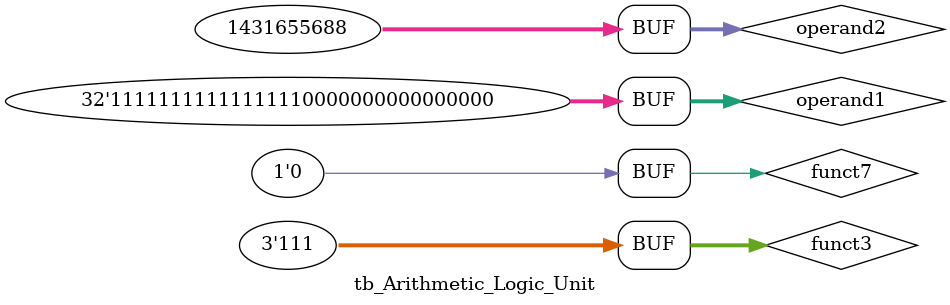
<source format=v>
`timescale 1ns / 1ps


module tb_Arithmetic_Logic_Unit(

    );

    reg [2:0] funct3;
    reg funct7;
    reg [31:0] operand1;
    reg [31:0] operand2;
    wire [31:0] result;
    wire Zero;

    initial begin
        //test add EQ
        funct3 = 3'b000;
        funct7 = 0;
        operand1 = 32'hFFFF0000;
        operand2 = 32'h55555508;
        #5;
        operand1 = operand2;

        #5;
        
        //test sub EQ
        funct3 = 3'b000;
        funct7 = 1;
        operand1 = 32'hFFFF0000;
        operand2 = 32'h55555508;
        #5;
        operand1 = operand2;

        #5;

        //test left shift NEQ
        funct3 = 3'b001;
        funct7 = 0;
        operand1 = 32'hFFFF0000;
        operand2 = 32'h55555508;
        #5;
        operand1 = operand2;

        #5;

        //test set less than (signed)
        funct3 = 3'b010;
        funct7 = 0;
        operand1 = 32'hFFFF0000;
        operand2 = 32'h55555508;

        #5;

        //test set less than (unsigned)
        funct3 = 3'b011;
        funct7 = 0;

        #5;

        //test XOR LT
        funct3 = 3'b100;
        funct7 = 0;

        #5;

        //test right shift logical GE
        funct3 = 3'b101;
        funct7 = 0;

        #5;

        //test right shift arithmetic GE
        funct3 = 3'b101;
        funct7 = 1;

        #5;

        //test OR LTU
        funct3 = 3'b110;
        funct7 = 0;

        #5;

        //test AND GEU
        funct3 = 3'b111;
        funct7 = 0;
    end

    Arithmetic_Logic_Unit inst(
        .funct3(funct3),
        .funct7(funct7),
        .operand1(operand1),
        .operand2(operand2),
        .result(result),
        .Zero(Zero)
    );

endmodule

</source>
